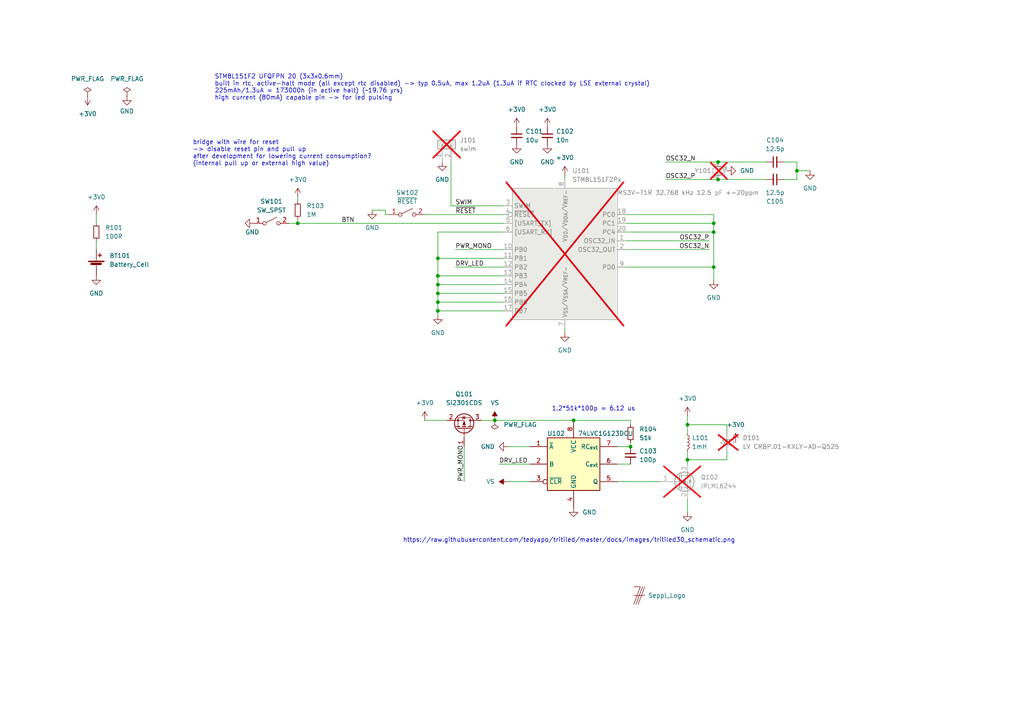
<source format=kicad_sch>
(kicad_sch (version 20250114) (generator "eeschema") (generator_version "9.0")
  (paper "A4")
  (lib_symbols
    (symbol "74xGxx:74LVC1G123DCU"
      (property "Reference" "U102" (at -5.08 8.89 0))
      (property "Value" "74LVC1G123DCU" (at 1.27 8.89 0))
      (symbol "74LVC1G123DCU_1_1"
        (rectangle (start -7.62 7.62) (end 7.62 -7.62) (stroke (width 0.254)) (fill (type background)))
        (pin input line (at -12.7 5.08 0) (length 5.08) (name "~{A}") (number "1"))
        (pin input line (at -12.7 0 0) (length 5.08) (name "B") (number "2"))
        (pin input inverted (at -12.7 -5.08 0) (length 5.08) (name "~{CLR}") (number "3"))
        (pin power_in line (at 0 12.7 270) (length 5.08) (name "VCC") (number "8"))
        (pin power_in line (at 0 -12.7 90) (length 5.08) (name "GND") (number "4"))
        (pin input line (at 12.7 5.08 180) (length 5.08) (name "RC_{ext}") (number "7"))
        (pin input line (at 12.7 0 180) (length 5.08) (name "C_{ext}") (number "6"))
        (pin output line (at 12.7 -5.08 180) (length 5.08) (name "Q") (number "5"))
      )
    )
    (symbol "Connector_Generic:Conn_01x02" (pin_names (offset 1.016) (hide yes))
      (property "Reference" "J" (at 0 2.54 0))
      (property "Value" "Conn_01x02" (at 0 -5.08 0))
      (symbol "Conn_01x02_1_1"
        (rectangle (start -1.27 1.27) (end 1.27 -3.81) (stroke (width 0.254)) (fill (type background)))
        (rectangle (start -1.27 0.127) (end 0 -0.127) (stroke (width 0.1524)))
        (rectangle (start -1.27 -2.413) (end 0 -2.667) (stroke (width 0.1524)))
        (pin passive line (at -5.08 0 0) (length 3.81) (name "Pin_1") (number "1"))
        (pin passive line (at -5.08 -2.54 0) (length 3.81) (name "Pin_2") (number "2"))
      )
    )
    (symbol "Device:Battery_Cell" (pin_numbers (hide yes)) (pin_names (offset 0) (hide yes))
      (property "Reference" "BT" (at 2.54 2.54 0))
      (property "Value" "Battery_Cell" (at 2.54 0 0))
      (symbol "Battery_Cell_0_1"
        (rectangle (start -2.286 1.778) (end 2.286 1.524) (fill (type outline)))
        (rectangle (start -1.5748 1.1938) (end 1.4732 0.6858) (fill (type outline)))
        (polyline (pts (xy 0 1.778) (xy 0 2.54)))
        (polyline (pts (xy 0 0.762) (xy 0 0)))
        (polyline (pts (xy 0.508 3.429) (xy 1.524 3.429)) (stroke (width 0.254)))
        (polyline (pts (xy 1.016 3.937) (xy 1.016 2.921)) (stroke (width 0.254)))
      )
      (symbol "Battery_Cell_1_1"
        (pin passive line (at 0 5.08 270) (length 2.54) (name "+") (number "1"))
        (pin passive line (at 0 -2.54 90) (length 2.54) (name "-") (number "2"))
      )
    )
    (symbol "Device:C_Small" (pin_numbers (hide yes)) (pin_names (offset 0.254) (hide yes))
      (property "Reference" "C" (at 0.254 1.778 0))
      (property "Value" "C_Small" (at 0.254 -2.032 0))
      (symbol "C_Small_0_1"
        (polyline (pts (xy -1.524 0.508) (xy 1.524 0.508)) (stroke (width 0.3048)))
        (polyline (pts (xy -1.524 -0.508) (xy 1.524 -0.508)) (stroke (width 0.3302)))
      )
      (symbol "C_Small_1_1"
        (pin passive line (at 0 2.54 270) (length 2.032) (name "~") (number "1"))
        (pin passive line (at 0 -2.54 90) (length 2.032) (name "~") (number "2"))
      )
    )
    (symbol "Device:Crystal_GND3_Small" (pin_names (offset 1.016) (hide yes))
      (property "Reference" "Y" (at 0 5.08 0))
      (property "Value" "Crystal_GND3_Small" (at 0 3.175 0))
      (symbol "Crystal_GND3_Small_0_1"
        (polyline (pts (xy -1.27 -0.762) (xy -1.27 0.762)) (stroke (width 0.381)))
        (polyline (pts (xy -1.27 -1.27) (xy -1.27 -1.905) (xy 1.27 -1.905) (xy 1.27 -1.27)))
        (rectangle (start -0.762 -1.524) (end 0.762 1.524))
        (polyline (pts (xy 1.27 -0.762) (xy 1.27 0.762)) (stroke (width 0.381)))
      )
      (symbol "Crystal_GND3_Small_1_1"
        (pin passive line (at -2.54 0 0) (length 1.27) (name "1") (number "1"))
        (pin passive line (at 0 -2.54 90) (length 0.635) (name "3") (number "3"))
        (pin passive line (at 2.54 0 180) (length 1.27) (name "2") (number "2"))
      )
    )
    (symbol "Device:L_Small" (pin_numbers (hide yes)) (pin_names (offset 0.254) (hide yes))
      (property "Reference" "L" (at 0.762 1.016 0))
      (property "Value" "L_Small" (at 0.762 -1.016 0))
      (symbol "L_Small_0_1"
        (arc (start 0 2.032) (mid 0.5058 1.524) (end 0 1.016))
        (arc (start 0 1.016) (mid 0.5058 0.508) (end 0 0))
        (arc (start 0 0) (mid 0.5058 -0.508) (end 0 -1.016))
        (arc (start 0 -1.016) (mid 0.5058 -1.524) (end 0 -2.032))
      )
      (symbol "L_Small_1_1"
        (pin passive line (at 0 2.54 270) (length 0.508) (name "~") (number "1"))
        (pin passive line (at 0 -2.54 90) (length 0.508) (name "~") (number "2"))
      )
    )
    (symbol "Device:Q_NMOS_GSD" (pin_names (offset 0) (hide yes))
      (property "Reference" "Q" (at 5.08 1.27 0))
      (property "Value" "Q_NMOS_GSD" (at 5.08 -1.27 0))
      (symbol "Q_NMOS_GSD_0_1"
        (polyline (pts (xy 0.254 1.905) (xy 0.254 -1.905)) (stroke (width 0.254)))
        (polyline (pts (xy 0.254 0) (xy -2.54 0)))
        (polyline (pts (xy 0.762 2.286) (xy 0.762 1.27)) (stroke (width 0.254)))
        (polyline (pts (xy 0.762 0.508) (xy 0.762 -0.508)) (stroke (width 0.254)))
        (polyline (pts (xy 0.762 -1.27) (xy 0.762 -2.286)) (stroke (width 0.254)))
        (polyline (pts (xy 0.762 -1.778) (xy 3.302 -1.778) (xy 3.302 1.778) (xy 0.762 1.778)))
        (polyline (pts (xy 1.016 0) (xy 2.032 0.381) (xy 2.032 -0.381) (xy 1.016 0)) (fill (type outline)))
        (circle (center 1.651 0) (radius 2.794) (stroke (width 0.254)))
        (polyline (pts (xy 2.54 2.54) (xy 2.54 1.778)))
        (circle (center 2.54 1.778) (radius 0.254) (fill (type outline)))
        (circle (center 2.54 -1.778) (radius 0.254) (fill (type outline)))
        (polyline (pts (xy 2.54 -2.54) (xy 2.54 0) (xy 0.762 0)))
        (polyline (pts (xy 2.794 0.508) (xy 2.921 0.381) (xy 3.683 0.381) (xy 3.81 0.254)))
        (polyline (pts (xy 3.302 0.381) (xy 2.921 -0.254) (xy 3.683 -0.254) (xy 3.302 0.381)))
      )
      (symbol "Q_NMOS_GSD_1_1"
        (pin input line (at -5.08 0 0) (length 2.54) (name "G") (number "1"))
        (pin passive line (at 2.54 5.08 270) (length 2.54) (name "D") (number "3"))
        (pin passive line (at 2.54 -5.08 90) (length 2.54) (name "S") (number "2"))
      )
    )
    (symbol "Device:Q_PMOS_GSD" (pin_names (offset 0) (hide yes))
      (property "Reference" "Q" (at 5.08 1.27 0))
      (property "Value" "Q_PMOS_GSD" (at 5.08 -1.27 0))
      (symbol "Q_PMOS_GSD_0_1"
        (polyline (pts (xy 0.254 1.905) (xy 0.254 -1.905)) (stroke (width 0.254)))
        (polyline (pts (xy 0.254 0) (xy -2.54 0)))
        (polyline (pts (xy 0.762 2.286) (xy 0.762 1.27)) (stroke (width 0.254)))
        (polyline (pts (xy 0.762 1.778) (xy 3.302 1.778) (xy 3.302 -1.778) (xy 0.762 -1.778)))
        (polyline (pts (xy 0.762 0.508) (xy 0.762 -0.508)) (stroke (width 0.254)))
        (polyline (pts (xy 0.762 -1.27) (xy 0.762 -2.286)) (stroke (width 0.254)))
        (circle (center 1.651 0) (radius 2.794) (stroke (width 0.254)))
        (polyline (pts (xy 2.286 0) (xy 1.27 0.381) (xy 1.27 -0.381) (xy 2.286 0)) (fill (type outline)))
        (polyline (pts (xy 2.54 2.54) (xy 2.54 1.778)))
        (circle (center 2.54 1.778) (radius 0.254) (fill (type outline)))
        (circle (center 2.54 -1.778) (radius 0.254) (fill (type outline)))
        (polyline (pts (xy 2.54 -2.54) (xy 2.54 0) (xy 0.762 0)))
        (polyline (pts (xy 2.794 -0.508) (xy 2.921 -0.381) (xy 3.683 -0.381) (xy 3.81 -0.254)))
        (polyline (pts (xy 3.302 -0.381) (xy 2.921 0.254) (xy 3.683 0.254) (xy 3.302 -0.381)))
      )
      (symbol "Q_PMOS_GSD_1_1"
        (pin input line (at -5.08 0 0) (length 2.54) (name "G") (number "1"))
        (pin passive line (at 2.54 5.08 270) (length 2.54) (name "D") (number "3"))
        (pin passive line (at 2.54 -5.08 90) (length 2.54) (name "S") (number "2"))
      )
    )
    (symbol "Device:R_Small" (pin_numbers (hide yes)) (pin_names (offset 0.254) (hide yes))
      (property "Reference" "R" (at 0.762 0.508 0))
      (property "Value" "R_Small" (at 0.762 -1.016 0))
      (symbol "R_Small_0_1"
        (rectangle (start -0.762 1.778) (end 0.762 -1.778) (stroke (width 0.2032)))
      )
      (symbol "R_Small_1_1"
        (pin passive line (at 0 2.54 270) (length 0.762) (name "~") (number "1"))
        (pin passive line (at 0 -2.54 90) (length 0.762) (name "~") (number "2"))
      )
    )
    (symbol "Seppl_LED_SMD:LED-ThermalPad" (pin_numbers (hide yes)) (pin_names (offset 0) (hide yes))
      (property "Reference" "D" (at 0 6.858 0))
      (symbol "LED-ThermalPad_0_1"
        (polyline (pts (xy -0.762 -1.016) (xy -0.762 1.016)) (stroke (width 0.254)))
        (polyline (pts (xy -0.635 -1.905) (xy 0.635 -1.905)))
        (polyline (pts (xy 0 0.762) (xy -0.508 1.27) (xy -0.254 1.27) (xy -0.508 1.27) (xy -0.508 1.016)))
        (polyline (pts (xy 0 -1.905) (xy 0 -2.54)))
        (polyline (pts (xy 0.508 1.27) (xy 0 1.778) (xy 0.254 1.778) (xy 0 1.778) (xy 0 1.524)))
        (polyline (pts (xy 0.762 -1.016) (xy -0.762 0) (xy 0.762 1.016) (xy 0.762 -1.016)) (stroke (width 0.254)))
        (polyline (pts (xy 1.016 0) (xy -0.762 0)))
      )
      (symbol "LED-ThermalPad_1_1"
        (pin passive line (at -2.54 0 0) (length 1.778) (name "K") (number "1"))
        (pin passive line (at 0 -2.54 90) (length 0) (name "Thermal") (number "3"))
        (pin passive line (at 2.54 0 180) (length 1.778) (name "A") (number "2"))
      )
    )
    (symbol "Seppl_Logo:Seppl_Logo" (in_bom no)
      (property "Value" "Seppl_Logo" (at 0 3.81 0))
      (symbol "Seppl_Logo_0_1"
        (polyline (pts (xy -1.5875 2.54) (xy 0.3175 2.54) (xy -1.5875 -2.54)))
        (polyline (pts (xy -1.5875 0) (xy 1.5875 0)))
        (polyline (pts (xy -0.9525 -2.54) (xy 0.9525 2.54)))
        (polyline (pts (xy -0.3175 -2.54) (xy 1.5875 2.54)))
      )
    )
    (symbol "Seppl_MCU_ST_STM8:STM8L151F2Px"
      (property "Reference" "U" (at -10.16 22.225 0))
      (property "Value" "STM8L151F2Px" (at -10.16 20.32 0))
      (symbol "STM8L151F2Px_0_0"
        (pin bidirectional line (at -17.78 13.97 0) (length 2.54) (name "PA0") (number "3") (alternate "SWIM" bidirectional line))
        (pin bidirectional inverted (at -17.78 11.43 0) (length 2.54) (name "~{RESET}") (number "4"))
        (pin bidirectional line (at -17.78 8.89 0) (length 2.54) (name "PA2") (number "5") (alternate "[USART_TX]" output line))
        (pin bidirectional line (at -17.78 6.35 0) (length 2.54) (name "PA3") (number "6") (alternate "" input line) (alternate "" input line) (alternate "" input line) (alternate "[USART_RX]" input line))
        (pin bidirectional line (at -17.78 1.27 0) (length 2.54) (name "PB0") (number "10"))
        (pin bidirectional line (at -17.78 -1.27 0) (length 2.54) (name "PB1") (number "11"))
        (pin bidirectional line (at -17.78 -3.81 0) (length 2.54) (name "PB2") (number "12") (alternate "TIM2_CH2" bidirectional line))
        (pin bidirectional line (at -17.78 -6.35 0) (length 2.54) (name "PB3") (number "13"))
        (pin bidirectional line (at -17.78 -8.89 0) (length 2.54) (name "PB4") (number "14"))
        (pin bidirectional line (at -17.78 -11.43 0) (length 2.54) (name "PB5") (number "15"))
        (pin bidirectional line (at -17.78 -13.97 0) (length 2.54) (name "PB6") (number "16"))
        (pin bidirectional line (at -17.78 -16.51 0) (length 2.54) (name "PB7") (number "17"))
        (pin power_in line (at 0 21.59 270) (length 2.54) (name "V_{DD}/V_{DDA}/V_{REF-}") (number "8") (alternate "" input line) (alternate "" input line) (alternate "" input line))
        (pin power_in line (at 0 -21.59 90) (length 2.54) (name "V_{SS}/V_{SSA}/V_{REF-}") (number "7") (alternate "" input line) (alternate "" input line) (alternate "" input line))
        (pin bidirectional line (at 17.78 11.43 180) (length 2.54) (name "PC0") (number "18") (alternate "" input line) (alternate "" input line))
        (pin bidirectional line (at 17.78 8.89 180) (length 2.54) (name "PC1") (number "19") (alternate "" input line) (alternate "" input line))
        (pin bidirectional line (at 17.78 6.35 180) (length 2.54) (name "PC4") (number "20") (alternate "" input line) (alternate "" input line))
        (pin bidirectional line (at 17.78 3.81 180) (length 2.54) (name "PC5") (number "1") (alternate "OSC32_IN" input line) (alternate "[USART_TX]" output line))
        (pin bidirectional line (at 17.78 1.27 180) (length 2.54) (name "PC6") (number "2") (alternate "OSC32_OUT" output line) (alternate "[USART_RX]" input line))
        (pin bidirectional line (at 17.78 -3.81 180) (length 2.54) (name "PD0") (number "9") (alternate "" input line) (alternate "" input line))
      )
      (symbol "STM8L151F2Px_0_1"
        (rectangle (start -15.24 19.05) (end 15.24 -19.05) (fill (type background)))
      )
    )
    (symbol "Switch:SW_SPST" (pin_names (offset 0) (hide yes))
      (property "Reference" "SW" (at 0 3.175 0))
      (property "Value" "SW_SPST" (at 0 -2.54 0))
      (symbol "SW_SPST_0_0"
        (circle (center -2.032 0) (radius 0.508))
        (polyline (pts (xy -1.524 0.254) (xy 1.524 1.778)))
        (circle (center 2.032 0) (radius 0.508))
      )
      (symbol "SW_SPST_1_1"
        (pin passive line (at -5.08 0 0) (length 2.54) (name "A") (number "1"))
        (pin passive line (at 5.08 0 180) (length 2.54) (name "B") (number "2"))
      )
    )
    (symbol "power:+3V0" (power) (pin_names (offset 0))
      (property "Value" "+3V0" (at 0 3.556 0))
      (symbol "+3V0_0_1"
        (polyline (pts (xy -0.762 1.27) (xy 0 2.54)))
        (polyline (pts (xy 0 2.54) (xy 0.762 1.27)))
        (polyline (pts (xy 0 0) (xy 0 2.54)))
      )
      (symbol "+3V0_1_1"
        (pin power_in line (at 0 0 90) (length 0) (hide yes) (name "+3V0") (number "1"))
      )
    )
    (symbol "power:GND" (power) (pin_names (offset 0))
      (property "Value" "GND" (at 0 -3.81 0))
      (symbol "GND_0_1"
        (polyline (pts (xy 0 0) (xy 0 -1.27) (xy 1.27 -1.27) (xy 0 -2.54) (xy -1.27 -1.27) (xy 0 -1.27)))
      )
      (symbol "GND_1_1"
        (pin power_in line (at 0 0 270) (length 0) (hide yes) (name "GND") (number "1"))
      )
    )
    (symbol "power:PWR_FLAG" (power) (pin_numbers (hide yes)) (pin_names (offset 0) (hide yes))
      (property "Value" "PWR_FLAG" (at 0 3.81 0))
      (symbol "PWR_FLAG_0_0"
        (pin power_out line (at 0 0 90) (length 0) (name "pwr") (number "1"))
      )
      (symbol "PWR_FLAG_0_1"
        (polyline (pts (xy 0 0) (xy 0 1.27) (xy -1.016 1.905) (xy 0 2.54) (xy 1.016 1.905) (xy 0 1.27)))
      )
    )
    (symbol "power:VS" (power) (pin_names (offset 0))
      (property "Value" "VS" (at 0 3.81 0))
      (symbol "VS_0_1"
        (polyline (pts (xy 0 0) (xy 0 2.54)))
        (polyline (pts (xy 0.762 1.27) (xy -0.762 1.27) (xy 0 2.54) (xy 0.762 1.27)) (fill (type outline)))
      )
      (symbol "VS_1_1"
        (pin power_in line (at 0 0 90) (length 0) (hide yes) (name "VS") (number "1"))
      )
    )
  )
  (text "1.2*51k*100p = 6.12 us" (at 160.02 119.38 0) (effects (font (size 1.27 1.27)) (justify left bottom)))
  (text "STM8L151F2 UFQFPN 20 (3x3x0.6mm)\nbuilt in rtc, active-halt mode (all except rtc disabled) -> typ 0.5uA, max 1.2uA (1.3uA if RTC clocked by LSE external crystal)\n225mAh/1.3uA = 173000h (in active halt) (~19.76 yrs)\nhigh current (80mA) capable pin -> for led pulsing" (at 62.23 29.21 0) (effects (font (size 1.27 1.27)) (justify left bottom)))
  (text "bridge with wire for reset\n-> disable reset pin and pull up\nafter development for lowering current consumption?\n(internal pull up or external high value)" (at 55.88 48.26 0) (effects (font (size 1.27 1.27)) (justify left bottom)))
  (text "https://raw.githubusercontent.com/tedyapo/tritiled/master/docs/images/tritiled30_schematic.png" (at 116.84 157.48 0) (effects (font (size 1.27 1.27)) (justify left bottom)))
  (junction (at 231.14 49.53))
  (junction (at 207.01 77.47))
  (junction (at 207.01 67.31))
  (junction (at 143.51 121.92))
  (junction (at 127 80.01))
  (junction (at 182.88 129.54))
  (junction (at 199.39 133.35))
  (junction (at 127 74.93))
  (junction (at 127 82.55))
  (junction (at 127 85.09))
  (junction (at 127 90.17))
  (junction (at 208.28 52.07))
  (junction (at 127 87.63))
  (junction (at 208.28 46.99))
  (junction (at 86.36 64.77))
  (junction (at 199.39 123.19))
  (junction (at 207.01 64.77))
  (junction (at 166.37 121.92))
  (wire (pts (xy 193.04 46.99) (xy 208.28 46.99)))
  (wire (pts (xy 199.39 125.73) (xy 199.39 123.19)))
  (wire (pts (xy 147.32 129.54) (xy 153.67 129.54)))
  (wire (pts (xy 130.81 46.99) (xy 130.81 59.69)))
  (wire (pts (xy 143.51 121.92) (xy 166.37 121.92)))
  (wire (pts (xy 193.04 52.07) (xy 208.28 52.07)))
  (wire (pts (xy 231.14 49.53) (xy 231.14 52.07)))
  (wire (pts (xy 127 67.31) (xy 146.05 67.31)))
  (wire (pts (xy 147.32 139.7) (xy 153.67 139.7)))
  (wire (pts (xy 182.88 129.54) (xy 179.07 129.54)))
  (wire (pts (xy 182.88 121.92) (xy 182.88 123.19)))
  (wire (pts (xy 127 80.01) (xy 146.05 80.01)))
  (wire (pts (xy 181.61 64.77) (xy 207.01 64.77)))
  (wire (pts (xy 127 82.55) (xy 146.05 82.55)))
  (wire (pts (xy 127 85.09) (xy 146.05 85.09)))
  (wire (pts (xy 199.39 123.19) (xy 210.82 123.19)))
  (wire (pts (xy 86.36 64.77) (xy 83.82 64.77)))
  (wire (pts (xy 107.95 60.96) (xy 111.76 60.96)))
  (wire (pts (xy 127 85.09) (xy 127 87.63)))
  (wire (pts (xy 144.78 134.62) (xy 153.67 134.62)))
  (wire (pts (xy 199.39 144.78) (xy 199.39 148.59)))
  (wire (pts (xy 181.61 67.31) (xy 207.01 67.31)))
  (wire (pts (xy 127 87.63) (xy 146.05 87.63)))
  (wire (pts (xy 210.82 123.19) (xy 210.82 125.73)))
  (wire (pts (xy 139.7 121.92) (xy 143.51 121.92)))
  (wire (pts (xy 127 90.17) (xy 146.05 90.17)))
  (wire (pts (xy 127 90.17) (xy 127 91.44)))
  (wire (pts (xy 27.94 69.85) (xy 27.94 72.39)))
  (wire (pts (xy 130.81 59.69) (xy 146.05 59.69)))
  (wire (pts (xy 182.88 134.62) (xy 179.07 134.62)))
  (wire (pts (xy 181.61 69.85) (xy 205.74 69.85)))
  (wire (pts (xy 163.83 96.52) (xy 163.83 95.25)))
  (wire (pts (xy 199.39 133.35) (xy 199.39 134.62)))
  (wire (pts (xy 210.82 133.35) (xy 199.39 133.35)))
  (wire (pts (xy 163.83 50.8) (xy 163.83 52.07)))
  (wire (pts (xy 86.36 63.5) (xy 86.36 64.77)))
  (wire (pts (xy 123.19 121.92) (xy 129.54 121.92)))
  (wire (pts (xy 181.61 62.23) (xy 207.01 62.23)))
  (wire (pts (xy 127 67.31) (xy 127 74.93)))
  (wire (pts (xy 111.76 60.96) (xy 111.76 62.23)))
  (wire (pts (xy 208.28 46.99) (xy 222.25 46.99)))
  (wire (pts (xy 231.14 49.53) (xy 234.95 49.53)))
  (wire (pts (xy 111.76 62.23) (xy 113.03 62.23)))
  (wire (pts (xy 199.39 120.65) (xy 199.39 123.19)))
  (wire (pts (xy 132.08 72.39) (xy 146.05 72.39)))
  (wire (pts (xy 182.88 128.27) (xy 182.88 129.54)))
  (wire (pts (xy 227.33 52.07) (xy 231.14 52.07)))
  (wire (pts (xy 207.01 62.23) (xy 207.01 64.77)))
  (wire (pts (xy 86.36 58.42) (xy 86.36 57.15)))
  (wire (pts (xy 127 74.93) (xy 127 80.01)))
  (wire (pts (xy 207.01 77.47) (xy 207.01 81.28)))
  (wire (pts (xy 179.07 139.7) (xy 191.77 139.7)))
  (wire (pts (xy 207.01 67.31) (xy 207.01 77.47)))
  (wire (pts (xy 123.19 62.23) (xy 146.05 62.23)))
  (wire (pts (xy 231.14 46.99) (xy 231.14 49.53)))
  (wire (pts (xy 210.82 130.81) (xy 210.82 133.35)))
  (wire (pts (xy 199.39 130.81) (xy 199.39 133.35)))
  (wire (pts (xy 127 82.55) (xy 127 85.09)))
  (wire (pts (xy 127 80.01) (xy 127 82.55)))
  (wire (pts (xy 134.62 139.7) (xy 134.62 129.54)))
  (wire (pts (xy 208.28 52.07) (xy 222.25 52.07)))
  (wire (pts (xy 127 74.93) (xy 146.05 74.93)))
  (wire (pts (xy 207.01 64.77) (xy 207.01 67.31)))
  (wire (pts (xy 86.36 64.77) (xy 146.05 64.77)))
  (wire (pts (xy 132.08 77.47) (xy 146.05 77.47)))
  (wire (pts (xy 181.61 72.39) (xy 205.74 72.39)))
  (wire (pts (xy 166.37 121.92) (xy 182.88 121.92)))
  (wire (pts (xy 127 87.63) (xy 127 90.17)))
  (wire (pts (xy 181.61 77.47) (xy 207.01 77.47)))
  (wire (pts (xy 27.94 62.23) (xy 27.94 64.77)))
  (wire (pts (xy 227.33 46.99) (xy 231.14 46.99)))
  (label "DRV_LED" (at 132.08 77.47 0))
  (label "~{RESET}" (at 132.08 62.23 0))
  (label "OSC32_P" (at 193.04 52.07 0))
  (label "PWR_MONO" (at 134.62 139.7 90))
  (label "OSC32_N" (at 205.74 72.39 180))
  (label "DRV_LED" (at 144.78 134.62 0))
  (label "PWR_MONO" (at 132.08 72.39 0))
  (label "OSC32_N" (at 193.04 46.99 0))
  (label "OSC32_P" (at 205.74 69.85 180))
  (label "SWIM" (at 132.08 59.69 0))
  (label "BTN" (at 99.06 64.77 0))
  (symbol (lib_id "power:GND") (at 127 91.44 0) (unit 1)
    (property "Reference" "#PWR0109" (effects (hide yes)))
    (property "Value" "GND" (at 127 96.52 0))
  )
  (symbol (lib_id "power:+3V0") (at 25.4 27.94 180) (unit 1)
    (property "Reference" "#PWR0101" (effects (hide yes)))
    (property "Value" "+3V0" (at 25.4 33.02 0))
  )
  (symbol (lib_id "Connector_Generic:Conn_01x02") (at 128.27 41.91 90) (unit 1) (dnp yes)
    (property "Reference" "J101" (at 133.35 40.6399 90) (effects (justify right)))
    (property "Value" "swim" (at 133.35 43.1799 90) (effects (justify right)))
    (property "Footprint" "Connector_PinHeader_2.54mm:PinHeader_1x02_P2.54mm_Vertical" (effects (hide yes)))
    (property "Description" "Generic connector, single row, 01x02, script generated (kicad-library-utils/schlib/autogen/connector/)" (effects (hide yes)))
  )
  (symbol (lib_id "power:GND") (at 234.95 49.53 0) (unit 1)
    (property "Reference" "#PWR0126" (effects (hide yes)))
    (property "Value" "GND" (at 234.95 54.61 0))
  )
  (symbol (lib_id "power:GND") (at 207.01 81.28 0) (unit 1)
    (property "Reference" "#PWR0125" (effects (hide yes)))
    (property "Value" "GND" (at 207.01 86.36 0))
  )
  (symbol (lib_id "power:+3V0") (at 27.94 62.23 0) (unit 1)
    (property "Reference" "#PWR0102" (effects (hide yes)))
    (property "Value" "+3V0" (at 27.94 57.15 0))
  )
  (symbol (lib_id "Device:Crystal_GND3_Small") (at 208.28 49.53 90) (mirror x) (unit 1) (dnp yes)
    (property "Reference" "Y101" (at 201.422 49.53 90) (effects (justify right)))
    (property "Value" "MS3V-T1R 32.768 kHz 12.5 pF +-20ppm" (at 179.07 55.88 90) (effects (justify right)))
    (property "Footprint" "Crystal:Crystal_SMD_MicroCrystal_MS3V-T1R" (effects (hide yes)))
    (property "Description" "Three pin crystal, GND on pin 3, small symbol" (effects (hide yes)))
  )
  (symbol (lib_id "Device:C_Small") (at 182.88 132.08 0) (unit 1)
    (property "Reference" "C103" (at 185.42 130.8162 0) (effects (justify left)))
    (property "Value" "100p" (at 185.42 133.3562 0) (effects (justify left)))
    (property "Footprint" "Capacitor_SMD:C_0805_2012Metric" (effects (hide yes)))
    (property "LCSC Part #" "C1790" (effects (hide yes)))
  )
  (symbol (lib_id "power:GND") (at 107.95 60.96 0) (unit 1)
    (property "Reference" "#PWR0111" (effects (hide yes)))
    (property "Value" "GND" (at 107.95 66.04 0))
  )
  (symbol (lib_id "Device:R_Small") (at 86.36 60.96 0) (unit 1)
    (property "Reference" "R103" (at 88.9 59.6899 0) (effects (justify left)))
    (property "Value" "1M" (at 88.9 62.2299 0) (effects (justify left)))
    (property "Footprint" "Resistor_SMD:R_0805_2012Metric" (effects (hide yes)))
    (property "LCSC Part #" "C17514" (effects (hide yes)))
  )
  (symbol (lib_id "Seppl_LED_SMD:LED-ThermalPad") (at 210.82 128.27 90) (mirror x) (unit 1) (dnp yes)
    (property "Reference" "D101" (at 215.392 127 90) (effects (justify right)))
    (property "Value" "LV CRBP.01-KXLY-AD-Q525" (at 215.392 129.54 90) (effects (justify right)))
    (property "Footprint" "Seppl_LED_SMD:LED-LV-CRBP.01_OSRAM" (effects (hide yes)))
    (property "Datasheet" "https://look.ams-osram.com/m/53c96e256a2fdc48/original/LV-CRBP-01.pdf" (effects (hide yes)))
  )
  (symbol (lib_id "power:GND") (at 158.75 41.91 0) (unit 1)
    (property "Reference" "#PWR0119" (effects (hide yes)))
    (property "Value" "GND" (at 158.75 46.99 0))
  )
  (symbol (lib_id "Seppl_Logo:Seppl_Logo") (at 185.42 172.72 0) (unit 1) (in_bom no)
    (property "Reference" "Logo101" (effects (hide yes)))
    (property "Value" "Seppl_Logo" (at 187.96 172.7199 0) (effects (justify left)))
    (property "Footprint" "Seppl_Logo:Logo_3.3x5" (effects (hide yes)))
  )
  (symbol (lib_id "power:+3V0") (at 158.75 36.83 0) (unit 1)
    (property "Reference" "#PWR0118" (effects (hide yes)))
    (property "Value" "+3V0" (at 158.75 31.75 0))
  )
  (symbol (lib_id "Switch:SW_SPST") (at 78.74 64.77 0) (unit 1)
    (property "Reference" "SW101" (at 78.74 58.42 0))
    (property "Value" "SW_SPST" (at 78.74 60.96 0))
    (property "Footprint" "Button_Switch_SMD:SW_Push_1P1T_NO_CK_KSC6xxJ" (effects (hide yes)))
    (property "LCSC Part #" "C18078048" (effects (hide yes)))
  )
  (symbol (lib_id "power:PWR_FLAG") (at 143.51 121.92 180) (unit 1)
    (property "Reference" "#FLG0103" (effects (hide yes)))
    (property "Value" "PWR_FLAG" (at 146.05 123.1899 0) (effects (justify right)))
  )
  (symbol (lib_id "power:GND") (at 210.82 49.53 90) (unit 1)
    (property "Reference" "#PWR0127" (effects (hide yes)))
    (property "Value" "GND" (at 214.63 49.5299 90) (effects (justify right)))
  )
  (symbol (lib_id "Device:L_Small") (at 199.39 128.27 0) (unit 1)
    (property "Reference" "L101" (at 200.66 126.9999 0) (effects (justify left)))
    (property "Value" "1mH" (at 200.66 129.5399 0) (effects (justify left)))
    (property "Footprint" "Inductor_SMD:L_1812_4532Metric" (effects (hide yes)))
    (property "LCSC Part #" "C394145" (effects (hide yes)))
  )
  (symbol (lib_id "Device:R_Small") (at 182.88 125.73 0) (unit 1)
    (property "Reference" "R104" (at 185.42 124.4599 0) (effects (justify left)))
    (property "Value" "51k" (at 185.42 126.9999 0) (effects (justify left)))
    (property "Footprint" "Resistor_SMD:R_0805_2012Metric" (effects (hide yes)))
    (property "LCSC Part #" "C17737" (effects (hide yes)))
  )
  (symbol (lib_id "power:GND") (at 36.83 27.94 0) (unit 1)
    (property "Reference" "#PWR0104" (effects (hide yes)))
    (property "Value" "GND" (at 38.862 32.258 0) (effects (justify right)))
  )
  (symbol (lib_id "power:GND") (at 27.94 80.01 0) (unit 1)
    (property "Reference" "#PWR0103" (effects (hide yes)))
    (property "Value" "GND" (at 27.94 85.09 0))
  )
  (symbol (lib_id "power:GND") (at 163.83 96.52 0) (unit 1)
    (property "Reference" "#PWR0121" (effects (hide yes)))
    (property "Value" "GND" (at 163.83 101.6 0))
  )
  (symbol (lib_id "Switch:SW_SPST") (at 118.11 62.23 0) (unit 1)
    (property "Reference" "SW102" (at 118.11 55.88 0))
    (property "Value" "~{RESET}" (at 118.11 58.42 0))
    (property "Footprint" "Button_Switch_SMD:SW_Push_1P1T_NO_CK_KSC6xxJ" (effects (hide yes)))
    (property "LCSC Part #" "C18078048" (effects (hide yes)))
  )
  (symbol (lib_id "Device:C_Small") (at 224.79 52.07 270) (mirror x) (unit 1)
    (property "Reference" "C105" (at 224.79 58.42 90))
    (property "Value" "12.5p" (at 224.79 55.88 90))
    (property "Footprint" "Capacitor_SMD:C_0805_2012Metric" (effects (hide yes)))
    (property "LCSC Part #" "C1792" (effects (hide yes)))
  )
  (symbol (lib_id "power:GND") (at 166.37 147.32 0) (unit 1)
    (property "Reference" "#PWR0122" (effects (hide yes)))
    (property "Value" "GND" (at 168.91 148.5899 0) (effects (justify left)))
  )
  (symbol (lib_id "power:GND") (at 199.39 148.59 0) (unit 1)
    (property "Reference" "#PWR0124" (effects (hide yes)))
    (property "Value" "GND" (at 199.39 153.67 0))
  )
  (symbol (lib_id "power:+3V0") (at 199.39 120.65 0) (unit 1)
    (property "Reference" "#PWR0123" (effects (hide yes)))
    (property "Value" "+3V0" (at 199.39 115.57 0))
  )
  (symbol (lib_id "power:+3V0") (at 163.83 50.8 0) (unit 1)
    (property "Reference" "#PWR0120" (effects (hide yes)))
    (property "Value" "+3V0" (at 163.83 45.72 0))
  )
  (symbol (lib_id "Device:Battery_Cell") (at 27.94 77.47 0) (unit 1)
    (property "Reference" "BT101" (at 31.75 74.1679 0) (effects (justify left)))
    (property "Value" "Battery_Cell" (at 31.75 76.7079 0) (effects (justify left)))
    (property "Footprint" "Seppl_Battery_Holders:Battery_2023_MY-2032-01" (effects (hide yes)))
    (property "LCSC Part #" "C964824" (effects (hide yes)))
  )
  (symbol (lib_id "power:GND") (at 149.86 41.91 0) (unit 1)
    (property "Reference" "#PWR0117" (effects (hide yes)))
    (property "Value" "GND" (at 149.86 46.99 0))
  )
  (symbol (lib_id "Device:R_Small") (at 27.94 67.31 0) (unit 1)
    (property "Reference" "R101" (at 30.48 66.0399 0) (effects (justify left)))
    (property "Value" "100R" (at 30.48 68.5799 0) (effects (justify left)))
    (property "Footprint" "Resistor_SMD:R_0805_2012Metric" (effects (hide yes)))
    (property "LCSC Part #" "C17408" (effects (hide yes)))
  )
  (symbol (lib_id "Seppl_MCU_ST_STM8:STM8L151F2Px") (at 163.83 73.66 0) (unit 1) (dnp yes)
    (property "Reference" "U101" (at 165.9733 49.53 0) (effects (justify left)))
    (property "Value" "STM8L151F2Px" (at 165.9733 52.07 0) (effects (justify left)))
    (property "Footprint" "Package_SO:TSSOP-20_4.4x6.5mm_P0.65mm" (effects (hide yes)))
    (property "Datasheet" "https://www.st.com/resource/en/datasheet/stm8l151f2.pdf" (effects (hide yes)))
    (property "Description" "8-bit ultra-low-power MCU, 4 KB Flash, 256 bytes data EEPROM, LQFP-48" (effects (hide yes)))
    (pin "1" (alternate "OSC32_IN"))
    (pin "18" (alternate "PC0"))
    (pin "19" (alternate "PC1"))
    (pin "2" (alternate "OSC32_OUT"))
    (pin "20" (alternate "PC4"))
    (pin "3" (alternate "SWIM"))
    (pin "5" (alternate "[USART_TX]"))
    (pin "6" (alternate "[USART_RX]"))
    (pin "7" (alternate "V_{SS}/V_{SSA}/V_{REF-}"))
    (pin "8" (alternate "V_{DD}/V_{DDA}/V_{REF-}"))
    (pin "9" (alternate "TIM2_CH2"))
  )
  (symbol (lib_id "Device:C_Small") (at 158.75 39.37 0) (unit 1)
    (property "Reference" "C102" (at 161.29 38.1062 0) (effects (justify left)))
    (property "Value" "10n" (at 161.29 40.6462 0) (effects (justify left)))
    (property "Footprint" "Capacitor_SMD:C_0805_2012Metric" (effects (hide yes)))
    (property "LCSC Part #" "C1710" (effects (hide yes)))
  )
  (symbol (lib_id "Device:Q_PMOS_GSD") (at 134.62 124.46 270) (mirror x) (unit 1)
    (property "Reference" "Q101" (at 134.62 114.3 90))
    (property "Value" "Si2301CDS" (at 134.62 116.84 90))
    (property "Footprint" "Package_TO_SOT_SMD:SOT-23" (effects (hide yes)))
    (property "LCSC Part #" "C10487" (effects (hide yes)))
  )
  (symbol (lib_id "power:PWR_FLAG") (at 36.83 27.94 0) (unit 1)
    (property "Reference" "#FLG0102" (effects (hide yes)))
    (property "Value" "PWR_FLAG" (at 36.83 22.86 0))
  )
  (symbol (lib_id "power:+3V0") (at 86.36 57.15 0) (unit 1)
    (property "Reference" "#PWR0108" (effects (hide yes)))
    (property "Value" "+3V0" (at 86.36 52.07 0))
  )
  (symbol (lib_id "power:+3V0") (at 123.19 121.92 0) (unit 1)
    (property "Reference" "#PWR0112" (effects (hide yes)))
    (property "Value" "+3V0" (at 123.19 116.84 0))
  )
  (symbol (lib_id "power:GND") (at 128.27 46.99 0) (unit 1)
    (property "Reference" "#PWR0128" (effects (hide yes)))
    (property "Value" "GND" (at 128.27 52.07 0))
  )
  (symbol (lib_id "Device:C_Small") (at 224.79 46.99 90) (unit 1)
    (property "Reference" "C104" (at 224.7963 40.64 90))
    (property "Value" "12.5p" (at 224.7963 43.18 90))
    (property "Footprint" "Capacitor_SMD:C_0805_2012Metric" (effects (hide yes)))
    (property "LCSC Part #" "C1792" (effects (hide yes)))
  )
  (symbol (lib_id "Device:Q_NMOS_GSD") (at 196.85 139.7 0) (unit 1) (dnp yes)
    (property "Reference" "Q102" (at 203.2 138.4299 0) (effects (justify left)))
    (property "Value" "IRLML6244" (at 203.2 140.9699 0) (effects (justify left)))
    (property "Footprint" "Package_TO_SOT_SMD:SOT-23" (effects (hide yes)))
    (property "LCSC Part #" "C5364311" (effects (hide yes)))
  )
  (symbol (lib_id "power:VS") (at 147.32 139.7 90) (unit 1)
    (property "Reference" "#PWR0115" (effects (hide yes)))
    (property "Value" "VS" (at 143.51 139.6999 90) (effects (justify left)))
  )
  (symbol (lib_id "power:GND") (at 147.32 129.54 270) (unit 1)
    (property "Reference" "#PWR0114" (effects (hide yes)))
    (property "Value" "GND" (at 143.51 129.5399 90) (effects (justify right)))
  )
  (symbol (lib_id "74xGxx:74LVC1G123DCU") (at 166.37 134.62 0) (unit 1)
    (property "Reference" "U102" (at 161.29 125.73 0))
    (property "Value" "74LVC1G123DCU" (at 167.64 125.73 0) (effects (justify left)))
    (property "Footprint" "Package_SO:VSSOP-8_2.3x2mm_P0.5mm" (effects (hide yes)))
    (property "Datasheet" "http://www.ti.com/lit/ds/symlink/sn74lvc1g123.pdf" (effects (hide yes)))
    (property "LCSC Part #" "C352969" (effects (hide yes)))
  )
  (symbol (lib_id "Device:C_Small") (at 149.86 39.37 0) (unit 1)
    (property "Reference" "C101" (at 152.4 38.1062 0) (effects (justify left)))
    (property "Value" "10u" (at 152.4 40.6462 0) (effects (justify left)))
    (property "Footprint" "Capacitor_SMD:C_0805_2012Metric" (effects (hide yes)))
    (property "LCSC Part #" "C15850" (effects (hide yes)))
  )
  (symbol (lib_id "power:VS") (at 143.51 121.92 0) (unit 1)
    (property "Reference" "#PWR0113" (effects (hide yes)))
    (property "Value" "VS" (at 143.51 116.84 0))
  )
  (symbol (lib_id "power:+3V0") (at 149.86 36.83 0) (unit 1)
    (property "Reference" "#PWR0116" (effects (hide yes)))
    (property "Value" "+3V0" (at 149.86 31.75 0))
  )
  (symbol (lib_id "power:+3V0") (at 213.36 128.27 0) (unit 1)
    (property "Reference" "#PWR0105" (effects (hide yes)))
    (property "Value" "+3V0" (at 213.36 123.19 0))
  )
  (symbol (lib_id "power:GND") (at 73.66 64.77 270) (unit 1)
    (property "Reference" "#PWR0106" (effects (hide yes)))
    (property "Value" "GND" (at 71.12 67.31 90) (effects (justify left)))
  )
  (symbol (lib_id "power:PWR_FLAG") (at 25.4 27.94 0) (unit 1)
    (property "Reference" "#FLG0101" (effects (hide yes)))
    (property "Value" "PWR_FLAG" (at 25.4 22.86 0))
  )
)
</source>
